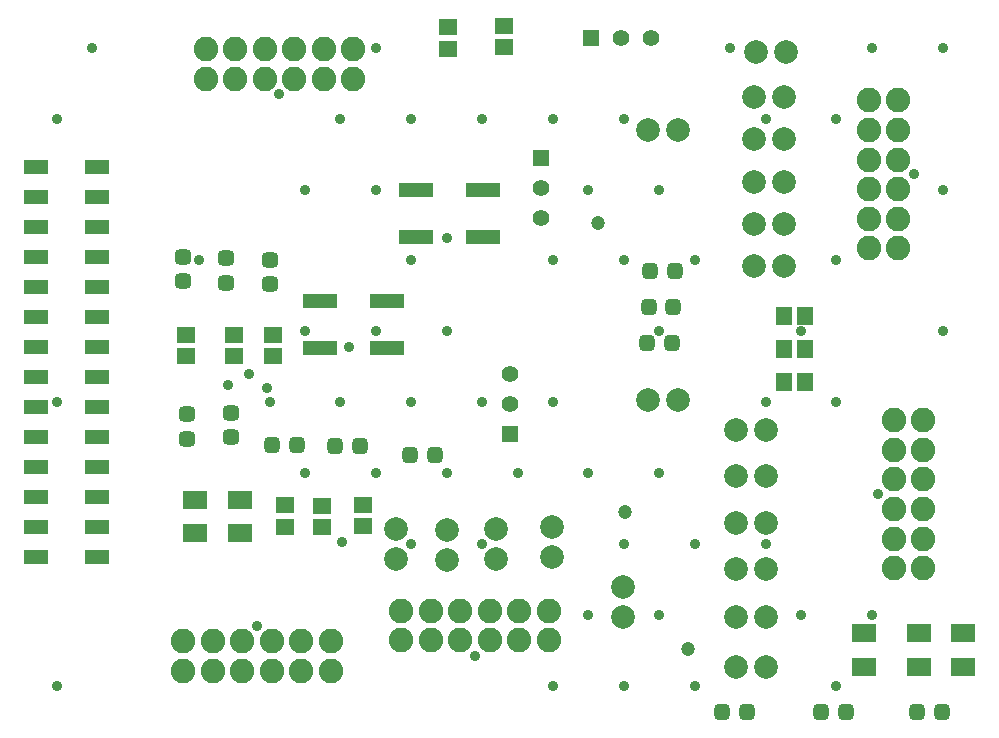
<source format=gts>
G04*
G04 #@! TF.GenerationSoftware,Altium Limited,Altium Designer,24.1.2 (44)*
G04*
G04 Layer_Color=8388736*
%FSLAX44Y44*%
%MOMM*%
G71*
G04*
G04 #@! TF.SameCoordinates,E38D7037-6A90-4068-B891-1ACC2802136D*
G04*
G04*
G04 #@! TF.FilePolarity,Negative*
G04*
G01*
G75*
%ADD20R,1.5532X1.3532*%
G04:AMPARAMS|DCode=21|XSize=1.4032mm|YSize=1.3032mm|CornerRadius=0.3766mm|HoleSize=0mm|Usage=FLASHONLY|Rotation=0.000|XOffset=0mm|YOffset=0mm|HoleType=Round|Shape=RoundedRectangle|*
%AMROUNDEDRECTD21*
21,1,1.4032,0.5500,0,0,0.0*
21,1,0.6500,1.3032,0,0,0.0*
1,1,0.7532,0.3250,-0.2750*
1,1,0.7532,-0.3250,-0.2750*
1,1,0.7532,-0.3250,0.2750*
1,1,0.7532,0.3250,0.2750*
%
%ADD21ROUNDEDRECTD21*%
%ADD22R,2.9532X1.2032*%
%ADD23C,1.2032*%
G04:AMPARAMS|DCode=24|XSize=1.4032mm|YSize=1.3032mm|CornerRadius=0.3766mm|HoleSize=0mm|Usage=FLASHONLY|Rotation=90.000|XOffset=0mm|YOffset=0mm|HoleType=Round|Shape=RoundedRectangle|*
%AMROUNDEDRECTD24*
21,1,1.4032,0.5500,0,0,90.0*
21,1,0.6500,1.3032,0,0,90.0*
1,1,0.7532,0.2750,0.3250*
1,1,0.7532,0.2750,-0.3250*
1,1,0.7532,-0.2750,-0.3250*
1,1,0.7532,-0.2750,0.3250*
%
%ADD24ROUNDEDRECTD24*%
%ADD25R,2.1532X1.6032*%
%ADD26R,1.3532X1.5532*%
%ADD27R,2.0032X1.2032*%
%ADD28C,2.0032*%
%ADD29C,1.4032*%
%ADD30R,1.4032X1.4032*%
%ADD31C,2.0782*%
%ADD32C,0.8782*%
%ADD33R,1.4032X1.4032*%
%ADD34C,0.9032*%
D20*
X168910Y357230D02*
D03*
Y338730D02*
D03*
X209550Y357230D02*
D03*
Y338730D02*
D03*
X242570Y357230D02*
D03*
Y338730D02*
D03*
X391160Y599080D02*
D03*
Y617580D02*
D03*
X438150Y618850D02*
D03*
Y600350D02*
D03*
X252730Y194310D02*
D03*
Y212810D02*
D03*
X318770Y194860D02*
D03*
Y213360D02*
D03*
X284480Y193950D02*
D03*
Y212450D02*
D03*
D21*
X240030Y399710D02*
D03*
Y420710D02*
D03*
X166370Y402250D02*
D03*
Y423250D02*
D03*
X203200Y401320D02*
D03*
Y422320D02*
D03*
X170180Y268900D02*
D03*
Y289900D02*
D03*
X207010Y270170D02*
D03*
Y291170D02*
D03*
D22*
X363680Y479740D02*
D03*
X421180D02*
D03*
X363680Y439740D02*
D03*
X421180D02*
D03*
X282400Y385760D02*
D03*
X339900D02*
D03*
X282400Y345760D02*
D03*
X339900D02*
D03*
D23*
X594360Y91440D02*
D03*
X541020Y207010D02*
D03*
X518160Y452120D02*
D03*
D24*
X623230Y38100D02*
D03*
X644230D02*
D03*
X359070Y255270D02*
D03*
X380070D02*
D03*
X316570Y262890D02*
D03*
X295570D02*
D03*
X242230Y264160D02*
D03*
X263230D02*
D03*
X808990Y38100D02*
D03*
X787990D02*
D03*
X728050D02*
D03*
X707050D02*
D03*
X580730Y350520D02*
D03*
X559730D02*
D03*
X582000Y381000D02*
D03*
X561000D02*
D03*
X582930Y411480D02*
D03*
X561930D02*
D03*
D25*
X176530Y189200D02*
D03*
Y217200D02*
D03*
X826770Y104170D02*
D03*
Y76170D02*
D03*
X789940Y104170D02*
D03*
Y76170D02*
D03*
X742950Y104170D02*
D03*
Y76170D02*
D03*
X214630Y189200D02*
D03*
Y217200D02*
D03*
D26*
X693780Y317500D02*
D03*
X675280D02*
D03*
X693780Y345440D02*
D03*
X675280D02*
D03*
X693780Y373380D02*
D03*
X675280D02*
D03*
D27*
X93980Y448310D02*
D03*
X41980D02*
D03*
X93980Y372110D02*
D03*
X41980D02*
D03*
X93980Y346710D02*
D03*
X41980D02*
D03*
X93980Y295910D02*
D03*
X41980D02*
D03*
X93980Y245110D02*
D03*
X41980D02*
D03*
X93980Y219710D02*
D03*
X41980D02*
D03*
Y168910D02*
D03*
X93980D02*
D03*
X41980Y194310D02*
D03*
X93980D02*
D03*
X41980Y270510D02*
D03*
X93980D02*
D03*
X41980Y321310D02*
D03*
X93980D02*
D03*
X41980Y397510D02*
D03*
X93980D02*
D03*
X41980Y422910D02*
D03*
X93980D02*
D03*
X41980Y473710D02*
D03*
Y499110D02*
D03*
X93980Y473710D02*
D03*
Y499110D02*
D03*
D28*
X431800Y193040D02*
D03*
Y167640D02*
D03*
X389890Y191770D02*
D03*
Y166370D02*
D03*
X346710Y193040D02*
D03*
Y167640D02*
D03*
X585470Y302260D02*
D03*
X560070D02*
D03*
X660400Y76200D02*
D03*
X635000D02*
D03*
X660400Y118110D02*
D03*
X635000D02*
D03*
X660400Y158750D02*
D03*
X635000D02*
D03*
X660400Y198120D02*
D03*
X635000D02*
D03*
X660400Y237490D02*
D03*
X635000D02*
D03*
X660400Y276860D02*
D03*
X635000D02*
D03*
X651510Y596900D02*
D03*
X676910D02*
D03*
X650240Y558800D02*
D03*
X675640D02*
D03*
X650240Y523240D02*
D03*
X675640D02*
D03*
X650240Y486410D02*
D03*
X675640D02*
D03*
X650240Y450850D02*
D03*
X675640D02*
D03*
X650240Y415290D02*
D03*
X675640D02*
D03*
X560070Y530860D02*
D03*
X585470D02*
D03*
X478790Y194310D02*
D03*
Y168910D02*
D03*
X539014Y143510D02*
D03*
Y118110D02*
D03*
D29*
X443230Y323850D02*
D03*
Y298450D02*
D03*
X469900Y455930D02*
D03*
Y481330D02*
D03*
X562610Y608330D02*
D03*
X537210D02*
D03*
D30*
X443230Y273050D02*
D03*
X469900Y506730D02*
D03*
D31*
X351520Y98490D02*
D03*
X376520D02*
D03*
X401520D02*
D03*
X426520D02*
D03*
X451520D02*
D03*
X476520D02*
D03*
X351520Y123490D02*
D03*
X376520D02*
D03*
X401520D02*
D03*
X426520D02*
D03*
X451520D02*
D03*
X476520D02*
D03*
X768350Y284550D02*
D03*
Y259550D02*
D03*
Y234550D02*
D03*
Y209550D02*
D03*
Y184550D02*
D03*
Y159550D02*
D03*
X793350Y284550D02*
D03*
Y259550D02*
D03*
Y234550D02*
D03*
Y209550D02*
D03*
Y184550D02*
D03*
Y159550D02*
D03*
X772160Y430460D02*
D03*
Y455460D02*
D03*
Y480460D02*
D03*
Y505460D02*
D03*
Y530460D02*
D03*
Y555460D02*
D03*
X747160Y430460D02*
D03*
Y455460D02*
D03*
Y480460D02*
D03*
Y505460D02*
D03*
Y530460D02*
D03*
Y555460D02*
D03*
X185820Y574040D02*
D03*
X210820D02*
D03*
X235820D02*
D03*
X260820D02*
D03*
X285820D02*
D03*
X310820D02*
D03*
X185820Y599040D02*
D03*
X210820D02*
D03*
X235820D02*
D03*
X260820D02*
D03*
X285820D02*
D03*
X310820D02*
D03*
X291770Y97390D02*
D03*
X266770D02*
D03*
X241770D02*
D03*
X216770D02*
D03*
X191770D02*
D03*
X166770D02*
D03*
X291770Y72390D02*
D03*
X266770D02*
D03*
X241770D02*
D03*
X216770D02*
D03*
X191770D02*
D03*
X166770D02*
D03*
D32*
X414020Y85090D02*
D03*
X754950Y222050D02*
D03*
X785560Y492960D02*
D03*
X248320Y560640D02*
D03*
X229270Y110790D02*
D03*
D33*
X511810Y608330D02*
D03*
D34*
X307340Y346710D02*
D03*
X330000Y360000D02*
D03*
X389890Y439420D02*
D03*
X301566Y181566D02*
D03*
X204470Y314960D02*
D03*
X222250Y323850D02*
D03*
X237490Y312420D02*
D03*
X360000Y540000D02*
D03*
X810000Y600000D02*
D03*
Y480000D02*
D03*
Y360000D02*
D03*
X750000Y600000D02*
D03*
X720000Y540000D02*
D03*
Y420000D02*
D03*
Y300000D02*
D03*
X750000Y120000D02*
D03*
X720000Y60000D02*
D03*
X660000Y540000D02*
D03*
X690000Y360000D02*
D03*
X660000Y300000D02*
D03*
Y180000D02*
D03*
X690000Y120000D02*
D03*
X630000Y600000D02*
D03*
X600000Y420000D02*
D03*
Y180000D02*
D03*
Y60000D02*
D03*
X540000Y540000D02*
D03*
X570000Y480000D02*
D03*
X540000Y420000D02*
D03*
X570000Y360000D02*
D03*
Y240000D02*
D03*
X540000Y180000D02*
D03*
X570000Y120000D02*
D03*
X540000Y60000D02*
D03*
X480000Y540000D02*
D03*
X510000Y480000D02*
D03*
X480000Y420000D02*
D03*
Y300000D02*
D03*
X510000Y240000D02*
D03*
Y120000D02*
D03*
X480000Y60000D02*
D03*
X420000Y540000D02*
D03*
Y300000D02*
D03*
X450000Y240000D02*
D03*
X420000Y180000D02*
D03*
X360000Y420000D02*
D03*
X390000Y360000D02*
D03*
X360000Y300000D02*
D03*
X390000Y240000D02*
D03*
X360000Y180000D02*
D03*
X330000Y600000D02*
D03*
X300000Y540000D02*
D03*
X330000Y480000D02*
D03*
X300000Y300000D02*
D03*
X330000Y240000D02*
D03*
X270000Y480000D02*
D03*
Y360000D02*
D03*
X240000Y300000D02*
D03*
X270000Y240000D02*
D03*
X180000Y420000D02*
D03*
X90000Y600000D02*
D03*
X60000Y540000D02*
D03*
Y300000D02*
D03*
Y60000D02*
D03*
X40640Y447040D02*
D03*
X41910Y422910D02*
D03*
Y397510D02*
D03*
X43180Y373380D02*
D03*
Y345440D02*
D03*
X44450Y321310D02*
D03*
X41910Y294640D02*
D03*
Y270510D02*
D03*
X43180Y245110D02*
D03*
Y219710D02*
D03*
Y193040D02*
D03*
Y168910D02*
D03*
M02*

</source>
